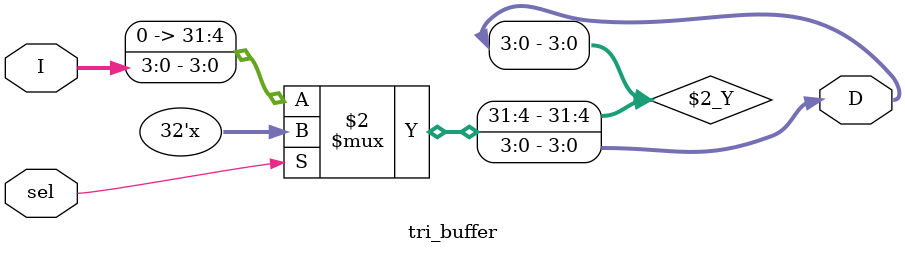
<source format=v>
`timescale 1ns / 1ps

module tri_buffer(D, I ,sel);
    parameter N = 4;
    input [N - 1:0] I;
    input sel;
    output [N - 1:0] D;
    
    assign D = sel ? 'bz: I;
endmodule

</source>
